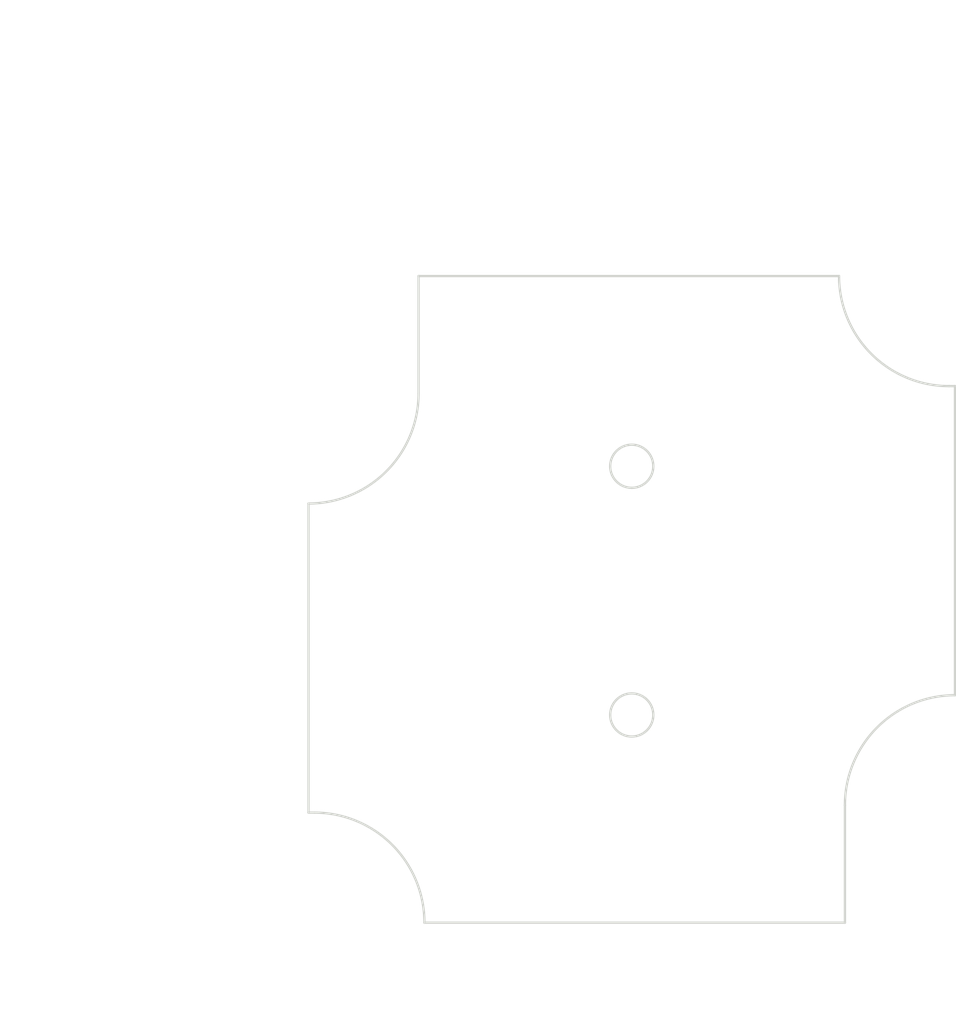
<source format=kicad_pcb>
(kicad_pcb (version 20171130) (host pcbnew "(5.1.0)-1")

  (general
    (thickness 1.6)
    (drawings 80)
    (tracks 0)
    (zones 0)
    (modules 0)
    (nets 1)
  )

  (page A4)
  (layers
    (0 F.Cu signal)
    (31 B.Cu signal)
    (32 B.Adhes user)
    (33 F.Adhes user)
    (34 B.Paste user)
    (35 F.Paste user)
    (36 B.SilkS user)
    (37 F.SilkS user)
    (38 B.Mask user)
    (39 F.Mask user)
    (40 Dwgs.User user)
    (41 Cmts.User user)
    (42 Eco1.User user)
    (43 Eco2.User user)
    (44 Edge.Cuts user)
    (45 Margin user)
    (46 B.CrtYd user)
    (47 F.CrtYd user)
    (48 B.Fab user)
    (49 F.Fab user)
  )

  (setup
    (last_trace_width 0.25)
    (trace_clearance 0.2)
    (zone_clearance 0.508)
    (zone_45_only no)
    (trace_min 0.2)
    (via_size 0.8)
    (via_drill 0.4)
    (via_min_size 0.4)
    (via_min_drill 0.3)
    (uvia_size 0.3)
    (uvia_drill 0.1)
    (uvias_allowed no)
    (uvia_min_size 0.2)
    (uvia_min_drill 0.1)
    (edge_width 0.05)
    (segment_width 0.2)
    (pcb_text_width 0.3)
    (pcb_text_size 1.5 1.5)
    (mod_edge_width 0.12)
    (mod_text_size 1 1)
    (mod_text_width 0.15)
    (pad_size 1.524 1.524)
    (pad_drill 0.762)
    (pad_to_mask_clearance 0.051)
    (solder_mask_min_width 0.25)
    (aux_axis_origin 0 0)
    (visible_elements FFFFFF7F)
    (pcbplotparams
      (layerselection 0x010fc_ffffffff)
      (usegerberextensions false)
      (usegerberattributes false)
      (usegerberadvancedattributes false)
      (creategerberjobfile false)
      (excludeedgelayer true)
      (linewidth 0.152400)
      (plotframeref false)
      (viasonmask false)
      (mode 1)
      (useauxorigin false)
      (hpglpennumber 1)
      (hpglpenspeed 20)
      (hpglpendiameter 15.000000)
      (psnegative false)
      (psa4output false)
      (plotreference true)
      (plotvalue true)
      (plotinvisibletext false)
      (padsonsilk false)
      (subtractmaskfromsilk false)
      (outputformat 1)
      (mirror false)
      (drillshape 1)
      (scaleselection 1)
      (outputdirectory ""))
  )

  (net 0 "")

  (net_class Default "This is the default net class."
    (clearance 0.2)
    (trace_width 0.25)
    (via_dia 0.8)
    (via_drill 0.4)
    (uvia_dia 0.3)
    (uvia_drill 0.1)
  )

  (gr_line (start 174.918988 130.88514) (end 138.520788 130.88514) (layer Edge.Cuts) (width 0.2))
  (gr_line (start 128.487788 121.36014) (end 128.487788 94.61394) (layer Edge.Cuts) (width 0.2))
  (gr_line (start 138.012788 74.92894) (end 174.410988 74.92894) (layer Edge.Cuts) (width 0.2))
  (gr_line (start 184.443988 84.45394) (end 184.443988 111.20014) (layer Edge.Cuts) (width 0.2))
  (gr_circle (center 156.465888 112.910526) (end 158.332788 112.910526) (layer Edge.Cuts) (width 0.2))
  (gr_arc (start 128.487788 85.08894) (end 128.487788 94.61394) (angle -90) (layer Edge.Cuts) (width 0.2))
  (gr_line (start 138.012788 74.92894) (end 138.012788 85.08894) (layer Edge.Cuts) (width 0.2))
  (gr_arc (start 128.995788 130.88514) (end 138.520788 130.88514) (angle -90) (layer Edge.Cuts) (width 0.2))
  (gr_line (start 128.487788 121.36014) (end 128.995788 121.36014) (layer Edge.Cuts) (width 0.2))
  (gr_arc (start 183.935988 74.92894) (end 174.410988 74.92894) (angle -90) (layer Edge.Cuts) (width 0.2))
  (gr_line (start 184.443988 84.45394) (end 183.935988 84.45394) (layer Edge.Cuts) (width 0.2))
  (gr_arc (start 184.443988 120.72514) (end 184.443988 111.20014) (angle -90) (layer Edge.Cuts) (width 0.2))
  (gr_line (start 174.918988 130.88514) (end 174.918988 120.72514) (layer Edge.Cuts) (width 0.2))
  (gr_circle (center 156.465888 91.38814) (end 158.332788 91.38814) (layer Edge.Cuts) (width 0.2))
  (gr_line (start 156.465888 113.000526) (end 156.465888 112.820526) (layer Dwgs.User) (width 0.2))
  (gr_line (start 156.375888 112.910526) (end 156.555888 112.910526) (layer Dwgs.User) (width 0.2))
  (gr_text " ∅3.73\n[∅0.15]" (at 141.449223 136.465556) (layer Dwgs.User)
    (effects (font (size 2 1.8) (thickness 0.25)))
  )
  (gr_line (start 148.645539 136.465556) (end 155.247461 116.580451) (layer Dwgs.User) (width 0.2))
  (gr_line (start 146.645539 136.465556) (end 148.645539 136.465556) (layer Dwgs.User) (width 0.2))
  (gr_text [.65] (at 163.475886 85.372114) (layer Dwgs.User)
    (effects (font (size 2 1.8) (thickness 0.25)))
  )
  (gr_text " 16.46" (at 163.475886 81.469249) (layer Dwgs.User)
    (effects (font (size 2 1.8) (thickness 0.25)))
  )
  (gr_line (start 163.475886 76.92894) (end 163.475886 79.38753) (layer Dwgs.User) (width 0.2))
  (gr_line (start 163.475886 89.38814) (end 163.475886 87.19326) (layer Dwgs.User) (width 0.2))
  (gr_line (start 157.465888 91.38814) (end 166.650886 91.38814) (layer Dwgs.User) (width 0.2))
  (gr_text [R0.37] (at 142.086488 120.231222) (layer Dwgs.User)
    (effects (font (size 2 1.8) (thickness 0.25)))
  )
  (gr_text " R9.53" (at 142.086488 116.327675) (layer Dwgs.User)
    (effects (font (size 2 1.8) (thickness 0.25)))
  )
  (gr_line (start 134.967934 118.149503) (end 133.888945 120.450455) (layer Dwgs.User) (width 0.2))
  (gr_line (start 136.967934 118.149503) (end 134.967934 118.149503) (layer Dwgs.User) (width 0.2))
  (gr_text [1.10] (at 142.476838 102.071497) (layer Dwgs.User)
    (effects (font (size 2 1.8) (thickness 0.25)))
  )
  (gr_text " 27.98" (at 142.476838 98.168632) (layer Dwgs.User)
    (effects (font (size 2 1.8) (thickness 0.25)))
  )
  (gr_line (start 130.487788 99.989778) (end 137.854192 99.989778) (layer Dwgs.User) (width 0.2))
  (gr_line (start 154.465888 99.989778) (end 147.099485 99.989778) (layer Dwgs.User) (width 0.2))
  (gr_line (start 156.465888 92.38814) (end 156.465888 103.164778) (layer Dwgs.User) (width 0.2))
  (gr_text [.71] (at 163.511225 123.979552) (layer Dwgs.User)
    (effects (font (size 2 1.8) (thickness 0.25)))
  )
  (gr_text " 17.97" (at 163.511225 120.076687) (layer Dwgs.User)
    (effects (font (size 2 1.8) (thickness 0.25)))
  )
  (gr_line (start 163.511225 128.88514) (end 163.511225 125.800698) (layer Dwgs.User) (width 0.2))
  (gr_line (start 163.511225 114.910526) (end 163.511225 117.994968) (layer Dwgs.User) (width 0.2))
  (gr_line (start 157.465888 112.910526) (end 166.686225 112.910526) (layer Dwgs.User) (width 0.2))
  (gr_text [.85] (at 163.511225 104.231052) (layer Dwgs.User)
    (effects (font (size 2 1.8) (thickness 0.25)))
  )
  (gr_text " 21.52" (at 163.511225 100.328187) (layer Dwgs.User)
    (effects (font (size 2 1.8) (thickness 0.25)))
  )
  (gr_line (start 163.511225 110.910526) (end 163.511225 106.052198) (layer Dwgs.User) (width 0.2))
  (gr_line (start 163.511225 93.38814) (end 163.511225 98.246468) (layer Dwgs.User) (width 0.2))
  (gr_line (start 157.465888 112.910526) (end 166.686225 112.910526) (layer Dwgs.User) (width 0.2))
  (gr_line (start 157.465888 91.38814) (end 166.686225 91.38814) (layer Dwgs.User) (width 0.2))
  (gr_text [2.18] (at 156.211888 56.548095) (layer Dwgs.User)
    (effects (font (size 2 1.8) (thickness 0.25)))
  )
  (gr_text " 55.45" (at 156.211888 52.649323) (layer Dwgs.User)
    (effects (font (size 2 1.8) (thickness 0.25)))
  )
  (gr_line (start 181.935988 54.466376) (end 160.839992 54.466376) (layer Dwgs.User) (width 0.2))
  (gr_line (start 130.487788 54.466376) (end 151.583785 54.466376) (layer Dwgs.User) (width 0.2))
  (gr_line (start 183.935988 83.45394) (end 183.935988 51.291376) (layer Dwgs.User) (width 0.2))
  (gr_line (start 128.487788 93.61394) (end 128.487788 51.291376) (layer Dwgs.User) (width 0.2))
  (gr_text [.38] (at 122.066399 68.352206) (layer Dwgs.User)
    (effects (font (size 2 1.8) (thickness 0.25)))
  )
  (gr_text " 9.53" (at 122.066399 64.448659) (layer Dwgs.User)
    (effects (font (size 2 1.8) (thickness 0.25)))
  )
  (gr_line (start 128.487788 66.270487) (end 125.910055 66.270487) (layer Dwgs.User) (width 0.2))
  (gr_line (start 136.012788 66.270487) (end 130.487788 66.270487) (layer Dwgs.User) (width 0.2))
  (gr_line (start 128.487788 93.61394) (end 128.487788 63.095487) (layer Dwgs.User) (width 0.2))
  (gr_line (start 138.012788 73.92894) (end 138.012788 63.095487) (layer Dwgs.User) (width 0.2))
  (gr_text [1.43] (at 156.211888 68.352206) (layer Dwgs.User)
    (effects (font (size 2 1.8) (thickness 0.25)))
  )
  (gr_text " 36.40" (at 156.211888 64.448659) (layer Dwgs.User)
    (effects (font (size 2 1.8) (thickness 0.25)))
  )
  (gr_line (start 172.410988 66.270487) (end 160.829078 66.270487) (layer Dwgs.User) (width 0.2))
  (gr_line (start 140.012788 66.270487) (end 151.594699 66.270487) (layer Dwgs.User) (width 0.2))
  (gr_line (start 174.410988 73.92894) (end 174.410988 63.095487) (layer Dwgs.User) (width 0.2))
  (gr_line (start 138.012788 73.92894) (end 138.012788 63.095487) (layer Dwgs.User) (width 0.2))
  (gr_text [2.20] (at 106.519146 104.988759) (layer Dwgs.User)
    (effects (font (size 2 1.8) (thickness 0.25)))
  )
  (gr_text " 55.96" (at 106.519146 101.085894) (layer Dwgs.User)
    (effects (font (size 2 1.8) (thickness 0.25)))
  )
  (gr_line (start 106.519146 128.88514) (end 106.519146 106.809905) (layer Dwgs.User) (width 0.2))
  (gr_line (start 106.519146 76.92894) (end 106.519146 99.004175) (layer Dwgs.User) (width 0.2))
  (gr_line (start 137.520788 130.88514) (end 103.344146 130.88514) (layer Dwgs.User) (width 0.2))
  (gr_line (start 137.012788 74.92894) (end 103.344146 74.92894) (layer Dwgs.User) (width 0.2))
  (gr_text [.78] (at 119.631702 86.853159) (layer Dwgs.User)
    (effects (font (size 2 1.8) (thickness 0.25)))
  )
  (gr_text " 19.69" (at 119.631702 82.950294) (layer Dwgs.User)
    (effects (font (size 2 1.8) (thickness 0.25)))
  )
  (gr_line (start 119.631702 76.92894) (end 119.631702 80.868575) (layer Dwgs.User) (width 0.2))
  (gr_line (start 119.631702 92.61394) (end 119.631702 88.674305) (layer Dwgs.User) (width 0.2))
  (gr_line (start 137.012788 74.92894) (end 116.456702 74.92894) (layer Dwgs.User) (width 0.2))
  (gr_line (start 127.487788 94.61394) (end 116.456702 94.61394) (layer Dwgs.User) (width 0.2))
  (gr_text [1.05] (at 119.631702 110.068759) (layer Dwgs.User)
    (effects (font (size 2 1.8) (thickness 0.25)))
  )
  (gr_text " 26.75" (at 119.631702 106.165894) (layer Dwgs.User)
    (effects (font (size 2 1.8) (thickness 0.25)))
  )
  (gr_line (start 119.631702 96.61394) (end 119.631702 104.084175) (layer Dwgs.User) (width 0.2))
  (gr_line (start 119.631702 119.36014) (end 119.631702 111.889905) (layer Dwgs.User) (width 0.2))
  (gr_line (start 127.487788 94.61394) (end 116.456702 94.61394) (layer Dwgs.User) (width 0.2))
  (gr_line (start 127.487788 121.36014) (end 116.456702 121.36014) (layer Dwgs.User) (width 0.2))

)

</source>
